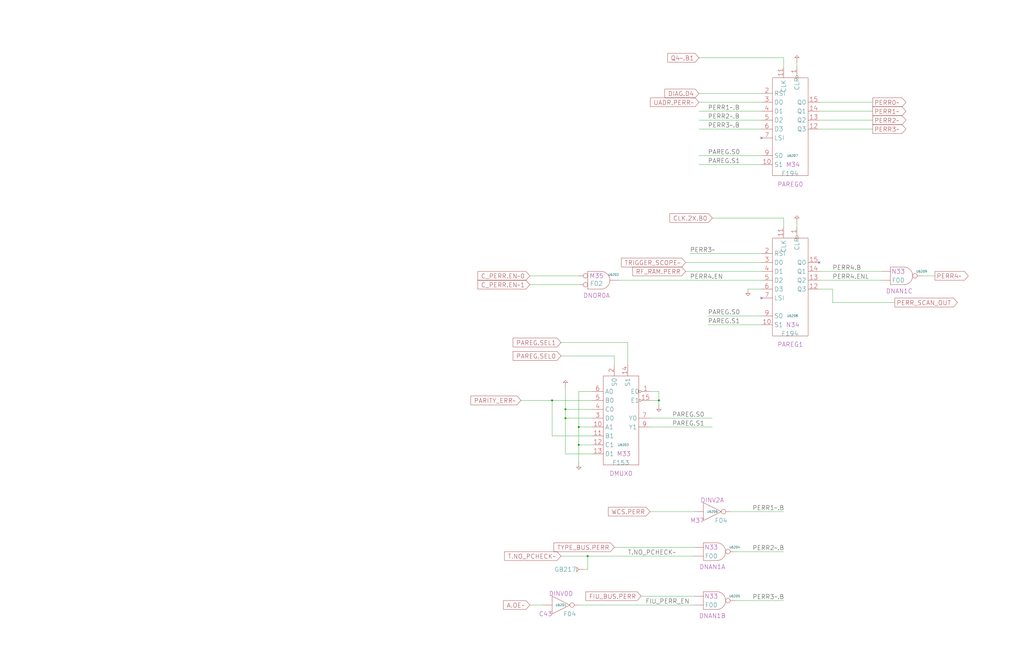
<source format=kicad_sch>
(kicad_sch (version 20211123) (generator eeschema)
  (paper "User" 584.2 378.46)
  (title_block (title "DIAGNOSTIC PROCESSOR\\nPULLUPS & PARITY REGISTER") (date "15-MAR-90") (rev "1.0") (comment 1 "TYPE") (comment 2 "232-003062") (comment 3 "S400") (comment 4 "RELEASED"))
  (lib_symbols
    (symbol "r1000:F00" (pin_numbers hide) (pin_names hide)
      (property "Reference" "U" (at 15.24 0 0))
      (property "Value" "F00" (at 1.905 -5.08 0))
      (property "Location" "___" (at 1.905 0 0))
      (property "Name" "______" (at 2.54 -12.7 0))
      (symbol "F00_0_1"
        (polyline (pts (xy -2.54 -7.62) (xy 5.08 -7.62)) (stroke (width 0.1524)))
        (polyline (pts (xy -2.54 2.54) (xy -2.54 -7.62)) (stroke (width 0.1524)))
        (polyline (pts (xy -2.54 2.54) (xy 5.08 2.54)) (stroke (width 0.1524)))
        (arc (start 5.08 -7.62) (mid 10.1282 -2.54) (end 5.08 2.54) (stroke (width 0.1524)))
        (circle (center 11.43 -2.54) (radius 1.27) (stroke (width 0.1524)))
      )
      (symbol "F00_0_2"
        (circle (center -3.81 -5.08) (radius 1.27) (stroke (width 0.1524)))
        (circle (center -3.81 0) (radius 1.27) (stroke (width 0.1524)))
        (arc (start -3.175 -7.62) (mid -2.134 -2.54) (end -3.175 2.54) (stroke (width 0.1524)))
        (polyline (pts (xy -3.175 -7.62) (xy 3.81 -7.62)) (stroke (width 0.1524)))
        (polyline (pts (xy -3.175 2.54) (xy 3.81 2.54)) (stroke (width 0.1524)))
        (arc (start 3.81 -7.62) (mid 7.5855 -5.8306) (end 10.16 -2.54) (stroke (width 0.1524)))
        (arc (start 10.16 -2.54) (mid 7.5827 0.7471) (end 3.81 2.54) (stroke (width 0.1524)))
      )
      (symbol "F00_1_1"
        (pin input line (at -7.62 0 0) (length 5.08) (name "D0") (number "1"))
        (pin input line (at -7.62 -5.08 0) (length 5.08) (name "D1") (number "2"))
        (pin output line (at 15.24 -2.54 180) (length 2.54) (name "Q") (number "3"))
      )
      (symbol "F00_1_2"
        (pin input line (at -7.62 0 0) (length 2.54) (name "D0") (number "1"))
        (pin input line (at -7.62 -5.08 0) (length 2.54) (name "D1") (number "2"))
        (pin output line (at 15.24 -2.54 180) (length 5.08) (name "Q") (number "3"))
      )
    )
    (symbol "r1000:F02" (pin_numbers hide) (pin_names hide)
      (property "Reference" "U" (at 12.16 0.635 0))
      (property "Value" "F02" (at -1.27 -4.445 0))
      (property "Location" "___" (at 2.54 0 0))
      (property "Name" "______" (at 2.54 -12.7 0))
      (symbol "F02_0_1"
        (arc (start -3.81 -7.62) (mid -2.9847 -2.54) (end -3.81 2.54) (stroke (width 0.1524)))
        (polyline (pts (xy -5.08 -5.08) (xy -3.175 -5.08)) (stroke (width 0.1524)))
        (polyline (pts (xy -5.08 0) (xy -3.175 0)) (stroke (width 0.1524)))
        (polyline (pts (xy -3.81 -7.62) (xy 2.54 -7.62)) (stroke (width 0.1524)))
        (polyline (pts (xy -3.81 2.54) (xy 2.54 2.54)) (stroke (width 0.1524)))
        (polyline (pts (xy 13.97 -2.54) (xy 12.7 -2.54)) (stroke (width 0.1524)))
        (arc (start 2.54 -7.62) (mid 6.9515 -5.9823) (end 10.16 -2.54) (stroke (width 0.1524)))
        (arc (start 10.16 -2.54) (mid 6.9478 0.8966) (end 2.54 2.54) (stroke (width 0.1524)))
        (circle (center 11.43 -2.54) (radius 1.27) (stroke (width 0.1524)))
      )
      (symbol "F02_0_2"
        (circle (center -3.81 -5.08) (radius 1.27) (stroke (width 0.1524)))
        (circle (center -3.81 0) (radius 1.27) (stroke (width 0.1524)))
        (polyline (pts (xy -2.54 -7.62) (xy 5.08 -7.62)) (stroke (width 0.1524)))
        (polyline (pts (xy -2.54 2.54) (xy -2.54 -7.62)) (stroke (width 0.1524)))
        (polyline (pts (xy -2.54 2.54) (xy 5.08 2.54)) (stroke (width 0.1524)))
        (polyline (pts (xy 11.43 -2.54) (xy 10.16 -2.54)) (stroke (width 0.1524)))
        (polyline (pts (xy 11.43 -2.54) (xy 12.7 -2.54)) (stroke (width 0.1524)))
        (arc (start 5.08 -7.62) (mid 10.1282 -2.54) (end 5.08 2.54) (stroke (width 0.1524)))
      )
      (symbol "F02_1_1"
        (pin input line (at -7.62 0 0) (length 2.54) (name "D0") (number "1"))
        (pin input line (at -7.62 -5.08 0) (length 2.54) (name "D1") (number "2"))
        (pin output line (at 15.24 -2.54 180) (length 1.27) (name "Q") (number "3"))
      )
      (symbol "F02_1_2"
        (pin input line (at -7.62 0 0) (length 2.54) (name "D0") (number "1"))
        (pin input line (at -7.62 -5.08 0) (length 2.54) (name "D1") (number "2"))
        (pin output line (at 15.24 -2.54 180) (length 2.54) (name "Q") (number "3"))
      )
    )
    (symbol "r1000:F04" (pin_numbers hide) (pin_names hide)
      (property "Reference" "U" (at 0 0 0))
      (property "Value" "F04" (at 1.27 -5.08 0))
      (property "Location" "___" (at -12.7 -5.08 0))
      (property "Name" "______" (at 0 5.08 0))
      (symbol "F04_0_1"
        (polyline (pts (xy -7.62 0) (xy -5.08 0)) (stroke (width 0.1524)))
        (polyline (pts (xy -5.08 5.08) (xy -5.08 -5.08)) (stroke (width 0.1524)))
        (polyline (pts (xy 5.08 0) (xy -5.08 -5.08)) (stroke (width 0.1524)))
        (polyline (pts (xy 5.08 0) (xy -5.08 5.08)) (stroke (width 0.1524)))
        (circle (center 6.35 0) (radius 1.27) (stroke (width 0.1524)))
      )
      (symbol "F04_1_1"
        (pin input line (at -10.16 0 0) (length 2.54) (name "D") (number "1"))
        (pin output line (at 10.16 0 180) (length 2.54) (name "Q") (number "2"))
      )
    )
    (symbol "r1000:F153" (pin_names (offset 1.016))
      (property "Reference" "U" (at 2.54 5.08 0))
      (property "Value" "F153" (at -3.81 -5.08 0))
      (property "Location" "___" (at -1.27 0 0))
      (property "Name" "______" (at 1.27 -12.7 0))
      (symbol "F153_1_1"
        (rectangle (start -8.89 44.45) (end 11.43 -6.35))
        (circle (center 12.065 30.48) (radius 0.635))
        (circle (center 12.065 35.56) (radius 0.635))
        (pin input line (at 17.78 35.56 180) (length 5.08) (name "E0") (number "1"))
        (pin input line (at -15.24 15.24 0) (length 6.35) (name "A1") (number "10"))
        (pin input line (at -15.24 10.16 0) (length 6.35) (name "B1") (number "11"))
        (pin input line (at -15.24 5.08 0) (length 6.35) (name "C1") (number "12"))
        (pin input line (at -15.24 0 0) (length 6.35) (name "D1") (number "13"))
        (pin input line (at 5.08 50.8 270) (length 6.35) (name "S1") (number "14"))
        (pin input line (at 17.78 30.48 180) (length 5.08) (name "E1") (number "15"))
        (pin input line (at -2.54 50.8 270) (length 6.35) (name "S0") (number "2"))
        (pin input line (at -15.24 20.32 0) (length 6.35) (name "D0") (number "3"))
        (pin input line (at -15.24 25.4 0) (length 6.35) (name "C0") (number "4"))
        (pin input line (at -15.24 30.48 0) (length 6.35) (name "B0") (number "5"))
        (pin input line (at -15.24 35.56 0) (length 6.35) (name "A0") (number "6"))
        (pin output line (at 17.78 20.32 180) (length 6.35) (name "Y0") (number "7"))
        (pin output line (at 17.78 15.24 180) (length 6.35) (name "Y1") (number "9"))
      )
    )
    (symbol "r1000:F194" (pin_names (offset 1.016))
      (property "Reference" "U" (at 2.54 5.08 0))
      (property "Value" "F194" (at -3.81 -5.08 0))
      (property "Location" "___" (at -1.27 0 0))
      (property "Name" "______" (at 1.27 -12.7 0))
      (symbol "F194_1_1"
        (rectangle (start -8.89 49.53) (end 11.43 -6.35))
        (circle (center 5.08 50.165) (radius 0.635))
        (pin input line (at 5.08 55.88 270) (length 5.08) (name "CLR") (number "1"))
        (pin input line (at -15.24 0 0) (length 6.35) (name "S1") (number "10"))
        (pin input line (at -2.54 55.88 270) (length 6.35) (name "CLK") (number "11"))
        (pin output line (at 17.78 20.32 180) (length 6.35) (name "Q3") (number "12"))
        (pin output line (at 17.78 25.4 180) (length 6.35) (name "Q2") (number "13"))
        (pin output line (at 17.78 30.48 180) (length 6.35) (name "Q1") (number "14"))
        (pin output line (at 17.78 35.56 180) (length 6.35) (name "Q0") (number "15"))
        (pin input line (at -15.24 40.64 0) (length 6.35) (name "RSI") (number "2"))
        (pin input line (at -15.24 35.56 0) (length 6.35) (name "D0") (number "3"))
        (pin input line (at -15.24 30.48 0) (length 6.35) (name "D1") (number "4"))
        (pin input line (at -15.24 25.4 0) (length 6.35) (name "D2") (number "5"))
        (pin input line (at -15.24 20.32 0) (length 6.35) (name "D3") (number "6"))
        (pin input line (at -15.24 15.24 0) (length 6.35) (name "LSI") (number "7"))
        (pin input line (at -15.24 5.08 0) (length 6.35) (name "S0") (number "9"))
      )
    )
    (symbol "r1000:GB" (pin_numbers hide) (pin_names (offset 0) hide)
      (property "Reference" "GB" (at 3.81 0 0))
      (symbol "GB_0_1"
        (polyline (pts (xy 2.54 0) (xy 3.81 1.27) (xy 3.81 -1.27) (xy 2.54 0)) (stroke (width 0.1524)))
      )
      (symbol "GB_1_1"
        (pin bidirectional line (at 0 0 0) (length 2.54) (name "") (number "1"))
      )
    )
    (symbol "r1000:PD" (power) (pin_numbers hide) (pin_names hide) (in_bom no)
      (symbol "PD_0_1"
        (polyline (pts (xy 0 -2.54) (xy 1.27 -2.54) (xy 0 -3.81) (xy -1.27 -2.54) (xy 0 -2.54)) (stroke (width 0.1524)))
      )
      (symbol "PD_1_1"
        (pin power_in line (at 0 0 270) (length 2.54) (name "PD") (number "1"))
      )
    )
    (symbol "r1000:PU" (power) (pin_numbers hide) (pin_names hide)
      (symbol "PU_0_1"
        (polyline (pts (xy 0 2.54) (xy -1.27 2.54) (xy 0 3.81) (xy 1.27 2.54) (xy 0 2.54)) (stroke (width 0.1524)))
      )
      (symbol "PU_1_1"
        (pin power_in line (at 0 0 90) (length 2.54) (name "PU") (number "1"))
      )
    )
  )
  (wire (pts (xy 297.18 228.6) (xy 314.96 228.6)))
  (wire (pts (xy 302.26 157.48) (xy 330.2 157.48)))
  (wire (pts (xy 302.26 162.56) (xy 330.2 162.56)))
  (wire (pts (xy 302.26 345.44) (xy 309.88 345.44)))
  (wire (pts (xy 314.96 228.6) (xy 337.82 228.6)))
  (wire (pts (xy 314.96 248.92) (xy 314.96 228.6)))
  (wire (pts (xy 320.04 203.2) (xy 350.52 203.2)))
  (wire (pts (xy 320.04 317.5) (xy 335.28 317.5)))
  (wire (pts (xy 322.58 233.68) (xy 322.58 220.98)))
  (wire (pts (xy 322.58 233.68) (xy 337.82 233.68)))
  (wire (pts (xy 322.58 238.76) (xy 322.58 233.68)))
  (wire (pts (xy 322.58 238.76) (xy 337.82 238.76)))
  (wire (pts (xy 322.58 259.08) (xy 322.58 238.76)))
  (wire (pts (xy 330.2 223.52) (xy 330.2 243.84)))
  (wire (pts (xy 330.2 243.84) (xy 330.2 254)))
  (wire (pts (xy 330.2 243.84) (xy 337.82 243.84)))
  (wire (pts (xy 330.2 254) (xy 330.2 264.16)))
  (wire (pts (xy 330.2 254) (xy 337.82 254)))
  (wire (pts (xy 330.2 345.44) (xy 396.24 345.44)))
  (wire (pts (xy 332.74 325.12) (xy 335.28 325.12)))
  (wire (pts (xy 335.28 317.5) (xy 335.28 325.12)))
  (wire (pts (xy 335.28 317.5) (xy 396.24 317.5)))
  (wire (pts (xy 337.82 223.52) (xy 330.2 223.52)))
  (wire (pts (xy 337.82 248.92) (xy 314.96 248.92)))
  (wire (pts (xy 337.82 259.08) (xy 322.58 259.08)))
  (wire (pts (xy 350.52 208.28) (xy 350.52 203.2)))
  (wire (pts (xy 350.52 312.42) (xy 396.24 312.42)))
  (wire (pts (xy 353.06 160.02) (xy 434.34 160.02)))
  (wire (pts (xy 358.14 195.58) (xy 320.04 195.58)))
  (wire (pts (xy 358.14 208.28) (xy 358.14 195.58)))
  (wire (pts (xy 365.76 340.36) (xy 396.24 340.36)))
  (wire (pts (xy 370.84 223.52) (xy 375.92 223.52)))
  (wire (pts (xy 370.84 228.6) (xy 375.92 228.6)))
  (wire (pts (xy 370.84 238.76) (xy 406.4 238.76)))
  (wire (pts (xy 370.84 243.84) (xy 406.4 243.84)))
  (wire (pts (xy 370.84 292.1) (xy 396.24 292.1)))
  (wire (pts (xy 375.92 223.52) (xy 375.92 228.6)))
  (wire (pts (xy 375.92 228.6) (xy 375.92 231.14)))
  (wire (pts (xy 391.16 149.86) (xy 434.34 149.86)))
  (wire (pts (xy 391.16 154.94) (xy 434.34 154.94)))
  (wire (pts (xy 393.7 144.78) (xy 434.34 144.78)))
  (wire (pts (xy 398.78 53.34) (xy 434.34 53.34)))
  (wire (pts (xy 398.78 58.42) (xy 434.34 58.42)))
  (wire (pts (xy 398.78 63.5) (xy 434.34 63.5)))
  (wire (pts (xy 398.78 68.58) (xy 434.34 68.58)))
  (wire (pts (xy 398.78 73.66) (xy 434.34 73.66)))
  (wire (pts (xy 398.78 88.9) (xy 434.34 88.9)))
  (wire (pts (xy 398.78 93.98) (xy 434.34 93.98)))
  (wire (pts (xy 403.86 180.34) (xy 434.34 180.34)))
  (wire (pts (xy 403.86 185.42) (xy 434.34 185.42)))
  (wire (pts (xy 416.56 292.1) (xy 447.04 292.1)))
  (wire (pts (xy 419.1 314.96) (xy 447.04 314.96)))
  (wire (pts (xy 419.1 342.9) (xy 447.04 342.9)))
  (wire (pts (xy 426.72 165.1) (xy 434.34 165.1)))
  (wire (pts (xy 447.04 124.46) (xy 406.4 124.46)))
  (wire (pts (xy 447.04 129.54) (xy 447.04 124.46)))
  (wire (pts (xy 447.04 33.02) (xy 398.78 33.02)))
  (wire (pts (xy 447.04 38.1) (xy 447.04 33.02)))
  (wire (pts (xy 454.66 127) (xy 454.66 129.54)))
  (wire (pts (xy 454.66 35.56) (xy 454.66 38.1)))
  (wire (pts (xy 467.36 154.94) (xy 502.92 154.94)))
  (wire (pts (xy 467.36 160.02) (xy 502.92 160.02)))
  (wire (pts (xy 467.36 165.1) (xy 474.98 165.1)))
  (wire (pts (xy 467.36 58.42) (xy 497.84 58.42)))
  (wire (pts (xy 467.36 63.5) (xy 497.84 63.5)))
  (wire (pts (xy 467.36 68.58) (xy 497.84 68.58)))
  (wire (pts (xy 467.36 73.66) (xy 497.84 73.66)))
  (wire (pts (xy 474.98 165.1) (xy 474.98 172.72)))
  (wire (pts (xy 474.98 172.72) (xy 510.54 172.72)))
  (wire (pts (xy 525.78 157.48) (xy 533.4 157.48)))
  (global_label "PARITY_ERR~" (shape input) (at 297.18 228.6 180) (effects (font (size 2.54 2.54))) (property "Intersheet References" "${INTERSHEET_REFS}" (at 268.8378 228.4413 0) (effects (font (size 2.54 2.54)) (justify right))))
  (global_label "C_PERR.EN~0" (shape input) (at 302.26 157.48 180) (effects (font (size 2.54 2.54))) (property "Intersheet References" "${INTERSHEET_REFS}" (at 272.8293 157.3213 0) (effects (font (size 2.54 2.54)) (justify right))))
  (global_label "C_PERR.EN~1" (shape input) (at 302.26 162.56 180) (effects (font (size 2.54 2.54))) (property "Intersheet References" "${INTERSHEET_REFS}" (at 272.8293 162.4013 0) (effects (font (size 2.54 2.54)) (justify right))))
  (global_label "A.OE~" (shape input) (at 302.26 345.44 180) (effects (font (size 2.54 2.54))) (property "Intersheet References" "${INTERSHEET_REFS}" (at 287.4645 345.2813 0) (effects (font (size 2.54 2.54)) (justify right))))
  (junction (at 314.96 228.6))
  (global_label "PAREG.SEL1" (shape input) (at 320.04 195.58 180) (effects (font (size 2.54 2.54))) (property "Intersheet References" "${INTERSHEET_REFS}" (at 292.9074 195.4213 0) (effects (font (size 2.54 2.54)) (justify right))))
  (global_label "PAREG.SEL0" (shape input) (at 320.04 203.2 180) (effects (font (size 2.54 2.54))) (property "Intersheet References" "${INTERSHEET_REFS}" (at 292.9074 203.0413 0) (effects (font (size 2.54 2.54)) (justify right))))
  (global_label "T.NO_PCHECK~" (shape input) (at 320.04 317.5 180) (effects (font (size 2.54 2.54))) (property "Intersheet References" "${INTERSHEET_REFS}" (at 288.0693 317.3413 0) (effects (font (size 2.54 2.54)) (justify right))))
  (symbol (lib_id "r1000:F04") (at 320.04 345.44 0) (unit 1)
    (property "Reference" "U6201" (at 320.04 345.44 0))
    (property "Value" "F04" (at 321.31 350.52 0) (effects (font (size 2.54 2.54)) (justify left)))
    (property "Location" "C43" (at 307.34 350.52 0) (effects (font (size 2.54 2.54)) (justify left)))
    (property "Name" "DINV0D" (at 320.04 340.36 0) (effects (font (size 2.54 2.54)) (justify bottom)))
  )
  (symbol (lib_id "r1000:PU") (at 322.58 220.98 0) (unit 1)
    (property "Reference" "#PWR06201" (effects hide))
    (property "Value" "PU" (effects hide))
  )
  (junction (at 322.58 233.68))
  (junction (at 322.58 238.76))
  (junction (at 330.2 243.84))
  (junction (at 330.2 254))
  (symbol (lib_id "r1000:PD") (at 330.2 264.16 0) (unit 1) (in_bom no)
    (property "Reference" "#PWR06202" (effects hide))
    (property "Value" "PD" (effects hide))
  )
  (symbol (lib_id "r1000:GB") (at 332.74 325.12 0) (mirror y) (unit 1)
    (property "Reference" "GB217" (at 328.93 325.12 0) (effects (font (size 2.54 2.54)) (justify left)))
    (property "Value" "GB" (effects hide))
  )
  (junction (at 335.28 317.5))
  (symbol (lib_id "r1000:F02") (at 337.82 157.48 0) (unit 1) (convert 2)
    (property "Reference" "U6202" (at 349.98 156.845 0))
    (property "Value" "F02" (at 336.55 161.925 0) (effects (font (size 2.54 2.54)) (justify left)))
    (property "Location" "M35" (at 340.36 157.48 0) (effects (font (size 2.54 2.54))))
    (property "Name" "DNOR0A" (at 340.36 170.18 0) (effects (font (size 2.54 2.54)) (justify bottom)))
  )
  (global_label "TYPE_BUS.PERR" (shape input) (at 350.52 312.42 180) (effects (font (size 2.54 2.54))) (property "Intersheet References" "${INTERSHEET_REFS}" (at 316.2512 312.2613 0) (effects (font (size 2.54 2.54)) (justify right))))
  (symbol (lib_id "r1000:F153") (at 353.06 259.08 0) (unit 1)
    (property "Reference" "U6203" (at 355.6 254 0))
    (property "Value" "F153" (at 349.25 264.16 0) (effects (font (size 2.54 2.54)) (justify left)))
    (property "Location" "M33" (at 351.79 259.08 0) (effects (font (size 2.54 2.54)) (justify left)))
    (property "Name" "DMUX0" (at 354.33 271.78 0) (effects (font (size 2.54 2.54)) (justify bottom)))
  )
  (label "T.NO_PCHECK~" (at 358.14 317.5 0) (effects (font (size 2.54 2.54))))
  (global_label "FIU_BUS.PERR" (shape input) (at 365.76 340.36 180) (effects (font (size 2.54 2.54))) (property "Intersheet References" "${INTERSHEET_REFS}" (at 334.394 340.2013 0) (effects (font (size 2.54 2.54)) (justify right))))
  (label "FIU_PERR_EN" (at 368.3 345.44 0) (effects (font (size 2.54 2.54))))
  (global_label "WCS.PERR" (shape input) (at 370.84 292.1 180) (effects (font (size 2.54 2.54))) (property "Intersheet References" "${INTERSHEET_REFS}" (at 347.215 291.9413 0) (effects (font (size 2.54 2.54)) (justify right))))
  (junction (at 375.92 228.6))
  (symbol (lib_id "r1000:PD") (at 375.92 231.14 0) (unit 1) (in_bom no)
    (property "Reference" "#PWR06203" (effects hide))
    (property "Value" "PD" (effects hide))
  )
  (label "PAREG.S0" (at 383.54 238.76 0) (effects (font (size 2.54 2.54))))
  (label "PAREG.S1" (at 383.54 243.84 0) (effects (font (size 2.54 2.54))))
  (global_label "TRIGGER_SCOPE~" (shape input) (at 391.16 149.86 180) (effects (font (size 2.54 2.54))) (property "Intersheet References" "${INTERSHEET_REFS}" (at 354.5235 149.7013 0) (effects (font (size 2.54 2.54)) (justify right))))
  (global_label "RF_RAM.PERR" (shape input) (at 391.16 154.94 180) (effects (font (size 2.54 2.54))) (property "Intersheet References" "${INTERSHEET_REFS}" (at 361.1245 154.7813 0) (effects (font (size 2.54 2.54)) (justify right))))
  (label "PERR3~" (at 393.7 144.78 0) (effects (font (size 2.54 2.54))))
  (label "PERR4.EN" (at 393.7 160.02 0) (effects (font (size 2.54 2.54))))
  (global_label "Q4~.B1" (shape input) (at 398.78 33.02 180) (effects (font (size 2.54 2.54))) (property "Intersheet References" "${INTERSHEET_REFS}" (at 381.0816 32.8613 0) (effects (font (size 2.54 2.54)) (justify right))))
  (global_label "DIAG.D4" (shape input) (at 398.78 53.34 180) (effects (font (size 2.54 2.54))) (property "Intersheet References" "${INTERSHEET_REFS}" (at 379.5093 53.1813 0) (effects (font (size 2.54 2.54)) (justify right))))
  (global_label "UADR.PERR~" (shape input) (at 398.78 58.42 180) (effects (font (size 2.54 2.54))) (property "Intersheet References" "${INTERSHEET_REFS}" (at 371.2845 58.2613 0) (effects (font (size 2.54 2.54)) (justify right))))
  (label "PERR1~.B" (at 403.86 63.5 0) (effects (font (size 2.54 2.54))))
  (label "PERR2~.B" (at 403.86 68.58 0) (effects (font (size 2.54 2.54))))
  (label "PERR3~.B" (at 403.86 73.66 0) (effects (font (size 2.54 2.54))))
  (label "PAREG.S0" (at 403.86 88.9 0) (effects (font (size 2.54 2.54))))
  (label "PAREG.S1" (at 403.86 93.98 0) (effects (font (size 2.54 2.54))))
  (label "PAREG.S0" (at 403.86 180.34 0) (effects (font (size 2.54 2.54))))
  (label "PAREG.S1" (at 403.86 185.42 0) (effects (font (size 2.54 2.54))))
  (symbol (lib_id "r1000:F00") (at 403.86 312.42 0) (unit 1)
    (property "Reference" "U6204" (at 419.1 312.42 0))
    (property "Value" "F00" (at 405.765 317.5 0) (effects (font (size 2.54 2.54))))
    (property "Location" "N33" (at 405.765 312.42 0) (effects (font (size 2.54 2.54))))
    (property "Name" "DNAN1A" (at 406.4 325.12 0) (effects (font (size 2.54 2.54)) (justify bottom)))
  )
  (symbol (lib_id "r1000:F00") (at 403.86 340.36 0) (unit 1)
    (property "Reference" "U6205" (at 419.1 340.36 0))
    (property "Value" "F00" (at 405.765 345.44 0) (effects (font (size 2.54 2.54))))
    (property "Location" "N33" (at 405.765 340.36 0) (effects (font (size 2.54 2.54))))
    (property "Name" "DNAN1B" (at 406.4 353.06 0) (effects (font (size 2.54 2.54)) (justify bottom)))
  )
  (global_label "CLK.2X.B0" (shape input) (at 406.4 124.46 180) (effects (font (size 2.54 2.54))) (property "Intersheet References" "${INTERSHEET_REFS}" (at 382.4121 124.3013 0) (effects (font (size 2.54 2.54)) (justify right))))
  (symbol (lib_id "r1000:F04") (at 406.4 292.1 0) (unit 1)
    (property "Reference" "U6206" (at 406.4 292.1 0))
    (property "Value" "F04" (at 407.67 297.18 0) (effects (font (size 2.54 2.54)) (justify left)))
    (property "Location" "M37" (at 393.7 297.18 0) (effects (font (size 2.54 2.54)) (justify left)))
    (property "Name" "DINV2A" (at 406.4 287.02 0) (effects (font (size 2.54 2.54)) (justify bottom)))
  )
  (symbol (lib_id "r1000:PD") (at 426.72 165.1 0) (unit 1) (in_bom no)
    (property "Reference" "#PWR06204" (effects hide))
    (property "Value" "PD" (effects hide))
  )
  (label "PERR1~.B" (at 429.26 292.1 0) (effects (font (size 2.54 2.54))))
  (label "PERR2~.B" (at 429.26 314.96 0) (effects (font (size 2.54 2.54))))
  (label "PERR3~.B" (at 429.26 342.9 0) (effects (font (size 2.54 2.54))))
  (no_connect (at 434.34 78.74))
  (no_connect (at 434.34 170.18))
  (symbol (lib_id "r1000:F194") (at 449.58 93.98 0) (unit 1)
    (property "Reference" "U6207" (at 452.12 88.9 0))
    (property "Value" "F194" (at 445.77 99.06 0) (effects (font (size 2.54 2.54)) (justify left)))
    (property "Location" "M34" (at 448.31 93.98 0) (effects (font (size 2.54 2.54)) (justify left)))
    (property "Name" "PAREG0" (at 450.85 106.68 0) (effects (font (size 2.54 2.54)) (justify bottom)))
  )
  (symbol (lib_id "r1000:F194") (at 449.58 185.42 0) (unit 1)
    (property "Reference" "U6208" (at 452.12 180.34 0))
    (property "Value" "F194" (at 445.77 190.5 0) (effects (font (size 2.54 2.54)) (justify left)))
    (property "Location" "N34" (at 448.31 185.42 0) (effects (font (size 2.54 2.54)) (justify left)))
    (property "Name" "PAREG1" (at 450.85 198.12 0) (effects (font (size 2.54 2.54)) (justify bottom)))
  )
  (symbol (lib_id "r1000:PU") (at 454.66 35.56 0) (unit 1)
    (property "Reference" "#PWR06205" (effects hide))
    (property "Value" "PU" (effects hide))
  )
  (symbol (lib_id "r1000:PU") (at 454.66 127 0) (unit 1)
    (property "Reference" "#PWR06206" (effects hide))
    (property "Value" "PU" (effects hide))
  )
  (no_connect (at 467.36 149.86))
  (label "PERR4.B" (at 474.98 154.94 0) (effects (font (size 2.54 2.54))))
  (label "PERR4.ENL" (at 474.98 160.02 0) (effects (font (size 2.54 2.54))))
  (global_label "PERR0~" (shape output) (at 497.84 58.42 0) (effects (font (size 2.54 2.54))) (property "Intersheet References" "${INTERSHEET_REFS}" (at 516.6269 58.2613 0) (effects (font (size 2.54 2.54)) (justify left))))
  (global_label "PERR1~" (shape output) (at 497.84 63.5 0) (effects (font (size 2.54 2.54))) (property "Intersheet References" "${INTERSHEET_REFS}" (at 516.6269 63.3413 0) (effects (font (size 2.54 2.54)) (justify left))))
  (global_label "PERR2~" (shape output) (at 497.84 68.58 0) (effects (font (size 2.54 2.54))) (property "Intersheet References" "${INTERSHEET_REFS}" (at 516.6269 68.4213 0) (effects (font (size 2.54 2.54)) (justify left))))
  (global_label "PERR3~" (shape output) (at 497.84 73.66 0) (effects (font (size 2.54 2.54))) (property "Intersheet References" "${INTERSHEET_REFS}" (at 516.6269 73.5013 0) (effects (font (size 2.54 2.54)) (justify left))))
  (symbol (lib_id "r1000:F00") (at 510.54 154.94 0) (unit 1)
    (property "Reference" "U6209" (at 525.78 154.94 0))
    (property "Value" "F00" (at 512.445 160.02 0) (effects (font (size 2.54 2.54))))
    (property "Location" "N33" (at 512.445 154.94 0) (effects (font (size 2.54 2.54))))
    (property "Name" "DNAN1C" (at 513.08 167.64 0) (effects (font (size 2.54 2.54)) (justify bottom)))
  )
  (global_label "PERR_SCAN_OUT" (shape output) (at 510.54 172.72 0) (effects (font (size 2.54 2.54))) (property "Intersheet References" "${INTERSHEET_REFS}" (at 546.0184 172.5613 0) (effects (font (size 2.54 2.54)) (justify left))))
  (global_label "PERR4~" (shape output) (at 533.4 157.48 0) (effects (font (size 2.54 2.54))) (property "Intersheet References" "${INTERSHEET_REFS}" (at 552.1869 157.3213 0) (effects (font (size 2.54 2.54)) (justify left))))
)
</source>
